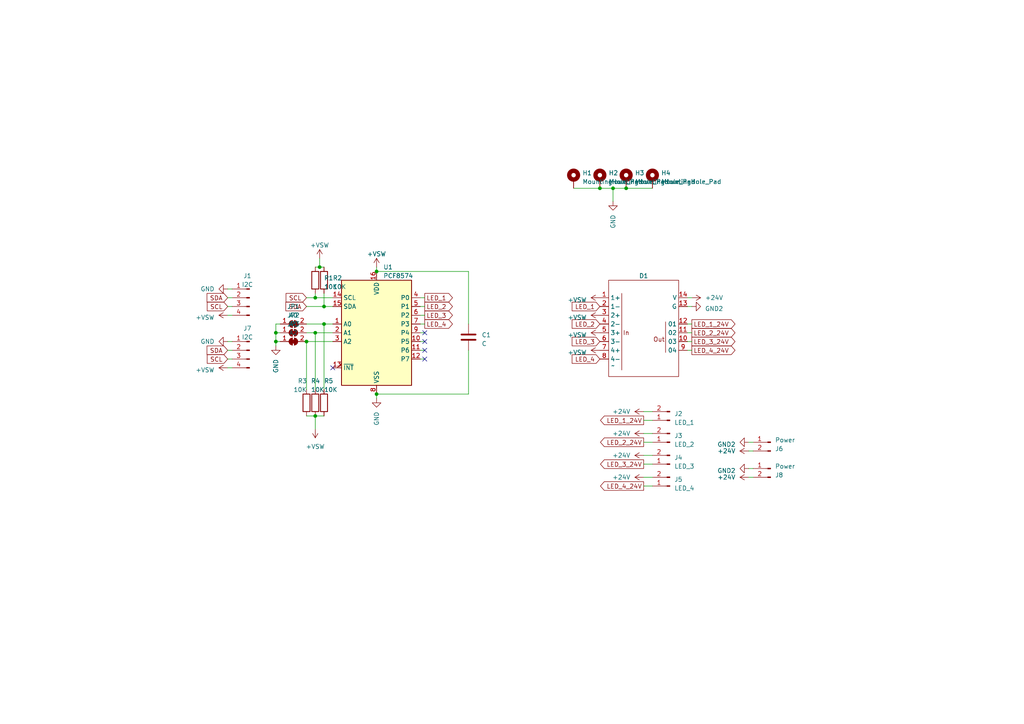
<source format=kicad_sch>
(kicad_sch (version 20230121) (generator eeschema)
  (paper "A4")
  (lib_symbols
    (symbol "Connector:Conn_01x02_Pin" (pin_names (offset 1.016) hide)
      (property "Reference" "J" (at 0 2.54 0))
      (property "Value" "Conn_01x02_Pin" (at 0 -5.08 0))
      (symbol "Conn_01x02_Pin_1_1"
        (polyline (pts (xy 1.27 -2.54) (xy 0.8636 -2.54)) (stroke (width 0.1524)))
        (polyline (pts (xy 1.27 0) (xy 0.8636 0)) (stroke (width 0.1524)))
        (rectangle (start 0.8636 -2.413) (end 0 -2.667) (stroke (width 0.1524)) (fill (type outline)))
        (rectangle (start 0.8636 0.127) (end 0 -0.127) (stroke (width 0.1524)) (fill (type outline)))
        (pin passive line (at 5.08 0 180) (length 3.81) (name "Pin_1") (number "1"))
        (pin passive line (at 5.08 -2.54 180) (length 3.81) (name "Pin_2") (number "2"))
      )
    )
    (symbol "Connector:Conn_01x04_Pin" (pin_names (offset 1.016) hide)
      (property "Reference" "J" (at 0 5.08 0))
      (property "Value" "Conn_01x04_Pin" (at 0 -7.62 0))
      (symbol "Conn_01x04_Pin_1_1"
        (polyline (pts (xy 1.27 -5.08) (xy 0.8636 -5.08)) (stroke (width 0.1524)))
        (polyline (pts (xy 1.27 -2.54) (xy 0.8636 -2.54)) (stroke (width 0.1524)))
        (polyline (pts (xy 1.27 0) (xy 0.8636 0)) (stroke (width 0.1524)))
        (polyline (pts (xy 1.27 2.54) (xy 0.8636 2.54)) (stroke (width 0.1524)))
        (rectangle (start 0.8636 -4.953) (end 0 -5.207) (stroke (width 0.1524)) (fill (type outline)))
        (rectangle (start 0.8636 -2.413) (end 0 -2.667) (stroke (width 0.1524)) (fill (type outline)))
        (rectangle (start 0.8636 0.127) (end 0 -0.127) (stroke (width 0.1524)) (fill (type outline)))
        (rectangle (start 0.8636 2.667) (end 0 2.413) (stroke (width 0.1524)) (fill (type outline)))
        (pin passive line (at 5.08 2.54 180) (length 3.81) (name "Pin_1") (number "1"))
        (pin passive line (at 5.08 0 180) (length 3.81) (name "Pin_2") (number "2"))
        (pin passive line (at 5.08 -2.54 180) (length 3.81) (name "Pin_3") (number "3"))
        (pin passive line (at 5.08 -5.08 180) (length 3.81) (name "Pin_4") (number "4"))
      )
    )
    (symbol "Device:C" (pin_numbers hide) (pin_names (offset 0.254))
      (property "Reference" "C" (at 0.635 2.54 0))
      (property "Value" "C" (at 0.635 -2.54 0))
      (symbol "C_0_1"
        (polyline (pts (xy -2.032 -0.762) (xy 2.032 -0.762)) (stroke (width 0.508)))
        (polyline (pts (xy -2.032 0.762) (xy 2.032 0.762)) (stroke (width 0.508)))
      )
      (symbol "C_1_1"
        (pin passive line (at 0 3.81 270) (length 2.794) (name "~") (number "1"))
        (pin passive line (at 0 -3.81 90) (length 2.794) (name "~") (number "2"))
      )
    )
    (symbol "Device:R" (pin_numbers hide) (pin_names (offset 0))
      (property "Reference" "R" (at 2.032 0 90))
      (property "Value" "R" (at 0 0 90))
      (symbol "R_0_1"
        (rectangle (start -1.016 -2.54) (end 1.016 2.54) (stroke (width 0.254)))
      )
      (symbol "R_1_1"
        (pin passive line (at 0 3.81 270) (length 1.27) (name "~") (number "1"))
        (pin passive line (at 0 -3.81 90) (length 1.27) (name "~") (number "2"))
      )
    )
    (symbol "Interface_Expansion:PCF8574"
      (property "Reference" "U" (at -8.89 16.51 0))
      (property "Value" "PCF8574" (at 2.54 16.51 0))
      (symbol "PCF8574_0_1"
        (rectangle (start -10.16 15.24) (end 10.16 -15.24) (stroke (width 0.254)) (fill (type background)))
      )
      (symbol "PCF8574_1_1"
        (pin input line (at -12.7 2.54 0) (length 2.54) (name "A0") (number "1"))
        (pin bidirectional line (at 12.7 -2.54 180) (length 2.54) (name "P5") (number "10"))
        (pin bidirectional line (at 12.7 -5.08 180) (length 2.54) (name "P6") (number "11"))
        (pin bidirectional line (at 12.7 -7.62 180) (length 2.54) (name "P7") (number "12"))
        (pin open_collector output_low (at -12.7 -10.16 0) (length 2.54) (name "~{INT}") (number "13"))
        (pin input line (at -12.7 10.16 0) (length 2.54) (name "SCL") (number "14"))
        (pin bidirectional line (at -12.7 7.62 0) (length 2.54) (name "SDA") (number "15"))
        (pin power_in line (at 0 17.78 270) (length 2.54) (name "VDD") (number "16"))
        (pin input line (at -12.7 0 0) (length 2.54) (name "A1") (number "2"))
        (pin input line (at -12.7 -2.54 0) (length 2.54) (name "A2") (number "3"))
        (pin bidirectional line (at 12.7 10.16 180) (length 2.54) (name "P0") (number "4"))
        (pin bidirectional line (at 12.7 7.62 180) (length 2.54) (name "P1") (number "5"))
        (pin bidirectional line (at 12.7 5.08 180) (length 2.54) (name "P2") (number "6"))
        (pin bidirectional line (at 12.7 2.54 180) (length 2.54) (name "P3") (number "7"))
        (pin power_in line (at 0 -17.78 90) (length 2.54) (name "VSS") (number "8"))
        (pin bidirectional line (at 12.7 0 180) (length 2.54) (name "P4") (number "9"))
      )
    )
    (symbol "Jumper:SolderJumper_2_Bridged" (pin_names (offset 0) hide)
      (property "Reference" "JP" (at 0 2.032 0))
      (property "Value" "SolderJumper_2_Bridged" (at 0 -2.54 0))
      (symbol "SolderJumper_2_Bridged_0_1"
        (rectangle (start -0.508 0.508) (end 0.508 -0.508) (fill (type outline)))
        (arc (start -0.254 1.016) (mid -1.2656 0) (end -0.254 -1.016))
        (arc (start -0.254 1.016) (mid -1.2656 0) (end -0.254 -1.016) (fill (type outline)))
        (polyline (pts (xy -0.254 1.016) (xy -0.254 -1.016)))
        (polyline (pts (xy 0.254 1.016) (xy 0.254 -1.016)))
        (arc (start 0.254 -1.016) (mid 1.2656 0) (end 0.254 1.016))
        (arc (start 0.254 -1.016) (mid 1.2656 0) (end 0.254 1.016) (fill (type outline)))
      )
      (symbol "SolderJumper_2_Bridged_1_1"
        (pin passive line (at -3.81 0 0) (length 2.54) (name "A") (number "1"))
        (pin passive line (at 3.81 0 180) (length 2.54) (name "B") (number "2"))
      )
    )
    (symbol "Mechanical:MountingHole_Pad" (pin_numbers hide) (pin_names (offset 1.016) hide)
      (property "Reference" "H" (at 0 6.35 0))
      (property "Value" "MountingHole_Pad" (at 0 4.445 0))
      (symbol "MountingHole_Pad_0_1"
        (circle (center 0 1.27) (radius 1.27) (stroke (width 1.27)))
      )
      (symbol "MountingHole_Pad_1_1"
        (pin input line (at 0 -2.54 90) (length 2.54) (name "1") (number "1"))
      )
    )
    (symbol "Own Lib:OP71A04"
      (property "Reference" "D" (at 3.81 -1.905 0))
      (symbol "OP71A04_0_1"
        (polyline (pts (xy 6.35 19.05) (xy 6.35 -3.175)))
        (polyline (pts (xy 19.05 10.795) (xy 19.05 1.905)))
        (rectangle (start 2.54 22.86) (end 22.86 -5.08))
      )
      (symbol "OP71A04_1_1"
        (text "In" (at 7.62 7.62 0) (effects (font (size 1.27 1.27))))
        (text "Out" (at 17.145 5.715 0) (effects (font (size 1.27 1.27))))
        (pin input line (at 0 17.78 0) (length 2.54) (name "1+") (number "1"))
        (pin output line (at 25.4 5.08 180) (length 2.54) (name "03") (number "10"))
        (pin output line (at 25.4 7.62 180) (length 2.54) (name "02") (number "11"))
        (pin output line (at 25.4 10.16 180) (length 2.54) (name "01") (number "12"))
        (pin power_in line (at 25.4 15.24 180) (length 2.54) (name "G") (number "13"))
        (pin power_in line (at 25.4 17.78 180) (length 2.54) (name "V") (number "14"))
        (pin input line (at 0 15.24 0) (length 2.54) (name "1-") (number "2"))
        (pin input line (at 0 12.7 0) (length 2.54) (name "2+") (number "3"))
        (pin input line (at 0 10.16 0) (length 2.54) (name "2-") (number "4"))
        (pin input line (at 0 7.62 0) (length 2.54) (name "3+") (number "5"))
        (pin input line (at 0 5.08 0) (length 2.54) (name "3-") (number "6"))
        (pin input line (at 0 2.54 0) (length 2.54) (name "4+") (number "7"))
        (pin input line (at 0 0 0) (length 2.54) (name "4-") (number "8"))
        (pin output line (at 25.4 2.54 180) (length 2.54) (name "04") (number "9"))
      )
    )
    (symbol "power:+24V" (power) (pin_names (offset 0))
      (property "Value" "+24V" (at 0 3.556 0))
      (symbol "+24V_0_1"
        (polyline (pts (xy -0.762 1.27) (xy 0 2.54)))
        (polyline (pts (xy 0 0) (xy 0 2.54)))
        (polyline (pts (xy 0 2.54) (xy 0.762 1.27)))
      )
      (symbol "+24V_1_1"
        (pin power_in line (at 0 0 90) (length 0) hide (name "+24V") (number "1"))
      )
    )
    (symbol "power:+VSW" (power) (pin_names (offset 0))
      (property "Value" "+VSW" (at 0 3.556 0))
      (symbol "+VSW_0_1"
        (polyline (pts (xy -0.762 1.27) (xy 0 2.54)))
        (polyline (pts (xy 0 0) (xy 0 2.54)))
        (polyline (pts (xy 0 2.54) (xy 0.762 1.27)))
      )
      (symbol "+VSW_1_1"
        (pin power_in line (at 0 0 90) (length 0) hide (name "+VSW") (number "1"))
      )
    )
    (symbol "power:GND" (power) (pin_names (offset 0))
      (property "Value" "GND" (at 0 -3.81 0))
      (symbol "GND_0_1"
        (polyline (pts (xy 0 0) (xy 0 -1.27) (xy 1.27 -1.27) (xy 0 -2.54) (xy -1.27 -1.27) (xy 0 -1.27)))
      )
      (symbol "GND_1_1"
        (pin power_in line (at 0 0 270) (length 0) hide (name "GND") (number "1"))
      )
    )
    (symbol "power:GND2" (power) (pin_names (offset 0))
      (property "Value" "GND2" (at 0 -3.81 0))
      (symbol "GND2_0_1"
        (polyline (pts (xy 0 0) (xy 0 -1.27) (xy 1.27 -1.27) (xy 0 -2.54) (xy -1.27 -1.27) (xy 0 -1.27)))
      )
      (symbol "GND2_1_1"
        (pin power_in line (at 0 0 270) (length 0) hide (name "GND2") (number "1"))
      )
    )
  )
  (junction (at 80.01 99.06))
  (junction (at 80.01 96.52))
  (junction (at 181.61 54.61))
  (junction (at 109.22 114.3))
  (junction (at 92.71 77.47))
  (junction (at 173.99 54.61))
  (junction (at 93.98 93.98))
  (junction (at 93.98 88.9))
  (junction (at 177.8 54.61))
  (junction (at 91.44 86.36))
  (junction (at 91.44 96.52))
  (junction (at 109.22 78.74))
  (junction (at 91.44 120.65))
  (junction (at 88.9 99.06))
  (no_connect (at 96.52 106.68))
  (no_connect (at 123.19 96.52))
  (no_connect (at 123.19 99.06))
  (no_connect (at 123.19 101.6))
  (no_connect (at 123.19 104.14))
  (wire (pts (xy 186.69 121.92) (xy 189.23 121.92)))
  (wire (pts (xy 109.22 77.47) (xy 109.22 78.74)))
  (wire (pts (xy 92.71 77.47) (xy 93.98 77.47)))
  (wire (pts (xy 186.69 119.38) (xy 189.23 119.38)))
  (wire (pts (xy 199.39 93.98) (xy 200.66 93.98)))
  (wire (pts (xy 93.98 93.98) (xy 96.52 93.98)))
  (wire (pts (xy 80.01 99.06) (xy 81.28 99.06)))
  (wire (pts (xy 121.92 99.06) (xy 123.19 99.06)))
  (wire (pts (xy 88.9 96.52) (xy 91.44 96.52)))
  (wire (pts (xy 91.44 96.52) (xy 91.44 113.03)))
  (wire (pts (xy 88.9 88.9) (xy 93.98 88.9)))
  (wire (pts (xy 217.17 138.43) (xy 218.44 138.43)))
  (wire (pts (xy 135.89 101.6) (xy 135.89 114.3)))
  (wire (pts (xy 66.04 91.44) (xy 67.31 91.44)))
  (wire (pts (xy 199.39 99.06) (xy 200.66 99.06)))
  (wire (pts (xy 166.37 54.61) (xy 173.99 54.61)))
  (wire (pts (xy 186.69 125.73) (xy 189.23 125.73)))
  (wire (pts (xy 217.17 128.27) (xy 218.44 128.27)))
  (wire (pts (xy 93.98 88.9) (xy 96.52 88.9)))
  (wire (pts (xy 181.61 54.61) (xy 189.23 54.61)))
  (wire (pts (xy 66.04 101.6) (xy 67.31 101.6)))
  (wire (pts (xy 186.69 134.62) (xy 189.23 134.62)))
  (wire (pts (xy 80.01 93.98) (xy 80.01 96.52)))
  (wire (pts (xy 199.39 86.36) (xy 200.66 86.36)))
  (wire (pts (xy 81.28 93.98) (xy 80.01 93.98)))
  (wire (pts (xy 66.04 86.36) (xy 67.31 86.36)))
  (wire (pts (xy 121.92 96.52) (xy 123.19 96.52)))
  (wire (pts (xy 186.69 138.43) (xy 189.23 138.43)))
  (wire (pts (xy 66.04 83.82) (xy 67.31 83.82)))
  (wire (pts (xy 135.89 114.3) (xy 109.22 114.3)))
  (wire (pts (xy 121.92 88.9) (xy 123.19 88.9)))
  (wire (pts (xy 93.98 85.09) (xy 93.98 88.9)))
  (wire (pts (xy 80.01 99.06) (xy 80.01 100.33)))
  (wire (pts (xy 80.01 96.52) (xy 81.28 96.52)))
  (wire (pts (xy 88.9 99.06) (xy 88.9 113.03)))
  (wire (pts (xy 217.17 135.89) (xy 218.44 135.89)))
  (wire (pts (xy 91.44 124.46) (xy 91.44 120.65)))
  (wire (pts (xy 91.44 120.65) (xy 93.98 120.65)))
  (wire (pts (xy 93.98 93.98) (xy 93.98 113.03)))
  (wire (pts (xy 135.89 78.74) (xy 109.22 78.74)))
  (wire (pts (xy 66.04 104.14) (xy 67.31 104.14)))
  (wire (pts (xy 199.39 96.52) (xy 200.66 96.52)))
  (wire (pts (xy 88.9 93.98) (xy 93.98 93.98)))
  (wire (pts (xy 199.39 101.6) (xy 200.66 101.6)))
  (wire (pts (xy 121.92 101.6) (xy 123.19 101.6)))
  (wire (pts (xy 186.69 128.27) (xy 189.23 128.27)))
  (wire (pts (xy 66.04 99.06) (xy 67.31 99.06)))
  (wire (pts (xy 88.9 120.65) (xy 91.44 120.65)))
  (wire (pts (xy 177.8 54.61) (xy 181.61 54.61)))
  (wire (pts (xy 91.44 77.47) (xy 92.71 77.47)))
  (wire (pts (xy 199.39 88.9) (xy 200.66 88.9)))
  (wire (pts (xy 173.99 54.61) (xy 177.8 54.61)))
  (wire (pts (xy 88.9 86.36) (xy 91.44 86.36)))
  (wire (pts (xy 88.9 99.06) (xy 96.52 99.06)))
  (wire (pts (xy 135.89 93.98) (xy 135.89 78.74)))
  (wire (pts (xy 177.8 54.61) (xy 177.8 58.42)))
  (wire (pts (xy 109.22 114.3) (xy 109.22 115.57)))
  (wire (pts (xy 121.92 91.44) (xy 123.19 91.44)))
  (wire (pts (xy 66.04 88.9) (xy 67.31 88.9)))
  (wire (pts (xy 66.04 106.68) (xy 67.31 106.68)))
  (wire (pts (xy 91.44 96.52) (xy 96.52 96.52)))
  (wire (pts (xy 186.69 140.97) (xy 189.23 140.97)))
  (wire (pts (xy 121.92 104.14) (xy 123.19 104.14)))
  (wire (pts (xy 91.44 85.09) (xy 91.44 86.36)))
  (wire (pts (xy 91.44 86.36) (xy 96.52 86.36)))
  (wire (pts (xy 121.92 86.36) (xy 123.19 86.36)))
  (wire (pts (xy 92.71 74.93) (xy 92.71 77.47)))
  (wire (pts (xy 121.92 93.98) (xy 123.19 93.98)))
  (wire (pts (xy 186.69 132.08) (xy 189.23 132.08)))
  (wire (pts (xy 217.17 130.81) (xy 218.44 130.81)))
  (wire (pts (xy 80.01 96.52) (xy 80.01 99.06)))
  (global_label "SCL" (shape input) (at 66.04 88.9 180) (property "Intersheetrefs" "${INTERSHEET_REFS}" (effects hide)))
  (global_label "LED_1_24V" (shape output) (at 186.69 121.92 180) (property "Intersheetrefs" "${INTERSHEET_REFS}" (effects hide)))
  (global_label "LED_3_24V" (shape output) (at 200.66 99.06 0) (property "Intersheetrefs" "${INTERSHEET_REFS}" (effects hide)))
  (global_label "LED_3_24V" (shape output) (at 186.69 134.62 180) (property "Intersheetrefs" "${INTERSHEET_REFS}" (effects hide)))
  (global_label "SDA" (shape input) (at 66.04 101.6 180) (property "Intersheetrefs" "${INTERSHEET_REFS}" (effects hide)))
  (global_label "LED_2" (shape input) (at 173.99 93.98 180) (property "Intersheetrefs" "${INTERSHEET_REFS}" (effects hide)))
  (global_label "LED_1" (shape output) (at 123.19 86.36 0) (property "Intersheetrefs" "${INTERSHEET_REFS}" (effects hide)))
  (global_label "SCL" (shape input) (at 88.9 86.36 180) (property "Intersheetrefs" "${INTERSHEET_REFS}" (effects hide)))
  (global_label "LED_3" (shape input) (at 173.99 99.06 180) (property "Intersheetrefs" "${INTERSHEET_REFS}" (effects hide)))
  (global_label "LED_2" (shape output) (at 123.19 88.9 0) (property "Intersheetrefs" "${INTERSHEET_REFS}" (effects hide)))
  (global_label "LED_4_24V" (shape output) (at 186.69 140.97 180) (property "Intersheetrefs" "${INTERSHEET_REFS}" (effects hide)))
  (global_label "LED_4" (shape input) (at 173.99 104.14 180) (property "Intersheetrefs" "${INTERSHEET_REFS}" (effects hide)))
  (global_label "LED_2_24V" (shape output) (at 200.66 96.52 0) (property "Intersheetrefs" "${INTERSHEET_REFS}" (effects hide)))
  (global_label "LED_2_24V" (shape output) (at 186.69 128.27 180) (property "Intersheetrefs" "${INTERSHEET_REFS}" (effects hide)))
  (global_label "SCL" (shape input) (at 66.04 104.14 180) (property "Intersheetrefs" "${INTERSHEET_REFS}" (effects hide)))
  (global_label "LED_3" (shape output) (at 123.19 91.44 0) (property "Intersheetrefs" "${INTERSHEET_REFS}" (effects hide)))
  (global_label "LED_4_24V" (shape output) (at 200.66 101.6 0) (property "Intersheetrefs" "${INTERSHEET_REFS}" (effects hide)))
  (global_label "SDA" (shape input) (at 88.9 88.9 180) (property "Intersheetrefs" "${INTERSHEET_REFS}" (effects hide)))
  (global_label "LED_1_24V" (shape output) (at 200.66 93.98 0) (property "Intersheetrefs" "${INTERSHEET_REFS}" (effects hide)))
  (global_label "LED_4" (shape output) (at 123.19 93.98 0) (property "Intersheetrefs" "${INTERSHEET_REFS}" (effects hide)))
  (global_label "LED_1" (shape input) (at 173.99 88.9 180) (property "Intersheetrefs" "${INTERSHEET_REFS}" (effects hide)))
  (global_label "SDA" (shape input) (at 66.04 86.36 180) (property "Intersheetrefs" "${INTERSHEET_REFS}" (effects hide)))
  (symbol (lib_id "power:+24V") (at 186.69 125.73 90) (mirror x) (unit 1)
    (property "Reference" "#PWR015" (effects hide))
    (property "Value" "+24V" (at 182.88 125.73 90) (effects (justify left)))
  )
  (symbol (lib_id "Connector:Conn_01x02_Pin") (at 223.52 135.89 0) (mirror y) (unit 1)
    (property "Reference" "J8" (at 224.79 137.795 0) (effects (justify right)))
    (property "Value" "Power" (at 224.79 135.255 0) (effects (justify right)))
    (property "Footprint" "Connector_JST:JST_XH_B2B-XH-A_1x02_P2.50mm_Vertical" (effects hide))
  )
  (symbol (lib_id "Mechanical:MountingHole_Pad") (at 173.99 52.07 0) (unit 1)
    (property "Reference" "H2" (at 176.53 50.165 0) (effects (justify left)))
    (property "Value" "MountingHole_Pad" (at 176.53 52.705 0) (effects (justify left)))
    (property "Footprint" "MountingHole:MountingHole_4.3mm_M4_DIN965_Pad" (effects hide))
  )
  (symbol (lib_id "power:+VSW") (at 109.22 77.47 0) (unit 1)
    (property "Reference" "#PWR02" (effects hide))
    (property "Value" "+VSW" (at 109.22 73.66 0))
  )
  (symbol (lib_id "power:GND") (at 66.04 99.06 270) (mirror x) (unit 1)
    (property "Reference" "#PWR019" (effects hide))
    (property "Value" "GND" (at 62.23 99.06 90) (effects (justify right)))
  )
  (symbol (lib_id "power:+VSW") (at 66.04 106.68 90) (unit 1)
    (property "Reference" "#PWR020" (effects hide))
    (property "Value" "+VSW" (at 62.23 107.315 90) (effects (justify left)))
  )
  (symbol (lib_id "Device:R") (at 93.98 81.28 180) (unit 1)
    (property "Reference" "R2" (at 96.52 80.645 0) (effects (justify right)))
    (property "Value" "10K" (at 96.52 83.185 0) (effects (justify right)))
    (property "Footprint" "Resistor_SMD:R_0805_2012Metric_Pad1.20x1.40mm_HandSolder" (effects hide))
  )
  (symbol (lib_id "Device:R") (at 91.44 81.28 180) (unit 1)
    (property "Reference" "R1" (at 93.98 80.645 0) (effects (justify right)))
    (property "Value" "10K" (at 93.98 83.185 0) (effects (justify right)))
    (property "Footprint" "Resistor_SMD:R_0805_2012Metric_Pad1.20x1.40mm_HandSolder" (effects hide))
  )
  (symbol (lib_id "Device:C") (at 135.89 97.79 0) (unit 1)
    (property "Reference" "C1" (at 139.7 97.155 0) (effects (justify left)))
    (property "Value" "C" (at 139.7 99.695 0) (effects (justify left)))
    (property "Footprint" "Capacitor_SMD:C_0805_2012Metric_Pad1.18x1.45mm_HandSolder" (effects hide))
  )
  (symbol (lib_id "power:+24V") (at 186.69 138.43 90) (mirror x) (unit 1)
    (property "Reference" "#PWR017" (effects hide))
    (property "Value" "+24V" (at 182.88 138.43 90) (effects (justify left)))
  )
  (symbol (lib_id "power:+VSW") (at 92.71 74.93 0) (unit 1)
    (property "Reference" "#PWR08" (effects hide))
    (property "Value" "+VSW" (at 92.71 71.12 0))
  )
  (symbol (lib_id "Mechanical:MountingHole_Pad") (at 166.37 52.07 0) (unit 1)
    (property "Reference" "H1" (at 168.91 50.165 0) (effects (justify left)))
    (property "Value" "MountingHole_Pad" (at 168.91 52.705 0) (effects (justify left)))
    (property "Footprint" "MountingHole:MountingHole_4.3mm_M4_DIN965_Pad" (effects hide))
  )
  (symbol (lib_id "Connector:Conn_01x04_Pin") (at 72.39 101.6 0) (mirror y) (unit 1)
    (property "Reference" "J7" (at 71.755 95.25 0))
    (property "Value" "I2C" (at 71.755 97.79 0))
    (property "Footprint" "Connector_JST:JST_XH_B4B-XH-A_1x04_P2.50mm_Vertical" (effects hide))
  )
  (symbol (lib_id "power:+24V") (at 186.69 119.38 90) (mirror x) (unit 1)
    (property "Reference" "#PWR014" (effects hide))
    (property "Value" "+24V" (at 182.88 119.38 90) (effects (justify left)))
  )
  (symbol (lib_id "Jumper:SolderJumper_2_Bridged") (at 85.09 96.52 0) (unit 1)
    (property "Reference" "JP2" (at 85.09 91.44 0))
    (property "Value" "A1" (at 85.09 93.98 0))
    (property "Footprint" "Jumper:SolderJumper-2_P1.3mm_Open_Pad1.0x1.5mm" (effects hide))
  )
  (symbol (lib_id "power:GND2") (at 217.17 128.27 270) (unit 1)
    (property "Reference" "#PWR07" (effects hide))
    (property "Value" "GND2" (at 213.36 128.905 90) (effects (justify right)))
  )
  (symbol (lib_id "power:+VSW") (at 173.99 91.44 90) (unit 1)
    (property "Reference" "#PWR010" (effects hide))
    (property "Value" "+VSW" (at 170.18 92.075 90) (effects (justify left)))
  )
  (symbol (lib_id "power:GND2") (at 217.17 135.89 270) (unit 1)
    (property "Reference" "#PWR022" (effects hide))
    (property "Value" "GND2" (at 213.36 136.525 90) (effects (justify right)))
  )
  (symbol (lib_id "Device:R") (at 93.98 116.84 180) (unit 1)
    (property "Reference" "R5" (at 93.98 110.49 0) (effects (justify right)))
    (property "Value" "10K" (at 93.98 113.03 0) (effects (justify right)))
    (property "Footprint" "Resistor_SMD:R_0805_2012Metric_Pad1.20x1.40mm_HandSolder" (effects hide))
  )
  (symbol (lib_id "Interface_Expansion:PCF8574") (at 109.22 96.52 0) (unit 1)
    (property "Reference" "U1" (at 111.1759 77.47 0) (effects (justify left)))
    (property "Value" "PCF8574" (at 111.1759 80.01 0) (effects (justify left)))
    (property "Footprint" "Library:SO-16_7,7x10.2mm_P1.27mm-PCF8574" (effects hide))
    (property "Datasheet" "http://www.nxp.com/documents/data_sheet/PCF8574_PCF8574A.pdf" (effects hide))
  )
  (symbol (lib_id "power:GND2") (at 200.66 88.9 90) (unit 1)
    (property "Reference" "#PWR05" (effects hide))
    (property "Value" "GND2" (at 204.47 89.535 90) (effects (justify right)))
  )
  (symbol (lib_id "power:+VSW") (at 173.99 96.52 90) (unit 1)
    (property "Reference" "#PWR011" (effects hide))
    (property "Value" "+VSW" (at 170.18 97.155 90) (effects (justify left)))
  )
  (symbol (lib_id "Device:R") (at 91.44 116.84 180) (unit 1)
    (property "Reference" "R4" (at 90.17 110.49 0) (effects (justify right)))
    (property "Value" "10K" (at 90.17 113.03 0) (effects (justify right)))
    (property "Footprint" "Resistor_SMD:R_0805_2012Metric_Pad1.20x1.40mm_HandSolder" (effects hide))
  )
  (symbol (lib_id "power:+24V") (at 200.66 86.36 270) (mirror x) (unit 1)
    (property "Reference" "#PWR013" (effects hide))
    (property "Value" "+24V" (at 204.47 86.36 90) (effects (justify left)))
  )
  (symbol (lib_id "Connector:Conn_01x02_Pin") (at 194.31 134.62 180) (unit 1)
    (property "Reference" "J4" (at 195.58 132.715 0) (effects (justify right)))
    (property "Value" "LED_3" (at 195.58 135.255 0) (effects (justify right)))
    (property "Footprint" "Connector_JST:JST_XH_B2B-XH-A_1x02_P2.50mm_Vertical" (effects hide))
  )
  (symbol (lib_id "power:GND") (at 66.04 83.82 270) (mirror x) (unit 1)
    (property "Reference" "#PWR06" (effects hide))
    (property "Value" "GND" (at 62.23 83.82 90) (effects (justify right)))
  )
  (symbol (lib_id "Mechanical:MountingHole_Pad") (at 181.61 52.07 0) (unit 1)
    (property "Reference" "H3" (at 184.15 50.165 0) (effects (justify left)))
    (property "Value" "MountingHole_Pad" (at 184.15 52.705 0) (effects (justify left)))
    (property "Footprint" "MountingHole:MountingHole_4.3mm_M4_DIN965_Pad" (effects hide))
  )
  (symbol (lib_id "power:GND") (at 177.8 58.42 0) (unit 1)
    (property "Reference" "#PWR021" (effects hide))
    (property "Value" "GND" (at 177.8 62.23 90) (effects (justify right)))
  )
  (symbol (lib_id "power:GND") (at 80.01 100.33 0) (mirror y) (unit 1)
    (property "Reference" "#PWR01" (effects hide))
    (property "Value" "GND" (at 80.01 104.14 90) (effects (justify right)))
  )
  (symbol (lib_id "power:+24V") (at 217.17 138.43 90) (mirror x) (unit 1)
    (property "Reference" "#PWR023" (effects hide))
    (property "Value" "+24V" (at 213.36 138.43 90) (effects (justify left)))
  )
  (symbol (lib_id "Jumper:SolderJumper_2_Bridged") (at 85.09 99.06 0) (unit 1)
    (property "Reference" "JP3" (at 85.09 93.98 0))
    (property "Value" "A2" (at 85.09 96.52 0))
    (property "Footprint" "Jumper:SolderJumper-2_P1.3mm_Open_Pad1.0x1.5mm" (effects hide))
  )
  (symbol (lib_id "Connector:Conn_01x02_Pin") (at 194.31 140.97 180) (unit 1)
    (property "Reference" "J5" (at 195.58 139.065 0) (effects (justify right)))
    (property "Value" "LED_4" (at 195.58 141.605 0) (effects (justify right)))
    (property "Footprint" "Connector_JST:JST_XH_B2B-XH-A_1x02_P2.50mm_Vertical" (effects hide))
  )
  (symbol (lib_id "power:GND") (at 109.22 115.57 0) (mirror y) (unit 1)
    (property "Reference" "#PWR03" (effects hide))
    (property "Value" "GND" (at 109.22 119.38 90) (effects (justify right)))
  )
  (symbol (lib_id "power:+24V") (at 186.69 132.08 90) (mirror x) (unit 1)
    (property "Reference" "#PWR016" (effects hide))
    (property "Value" "+24V" (at 182.88 132.08 90) (effects (justify left)))
  )
  (symbol (lib_id "power:+24V") (at 217.17 130.81 90) (mirror x) (unit 1)
    (property "Reference" "#PWR012" (effects hide))
    (property "Value" "+24V" (at 213.36 130.81 90) (effects (justify left)))
  )
  (symbol (lib_id "Connector:Conn_01x02_Pin") (at 194.31 128.27 180) (unit 1)
    (property "Reference" "J3" (at 195.58 126.365 0) (effects (justify right)))
    (property "Value" "LED_2" (at 195.58 128.905 0) (effects (justify right)))
    (property "Footprint" "Connector_JST:JST_XH_B2B-XH-A_1x02_P2.50mm_Vertical" (effects hide))
  )
  (symbol (lib_id "Connector:Conn_01x04_Pin") (at 72.39 86.36 0) (mirror y) (unit 1)
    (property "Reference" "J1" (at 71.755 80.01 0))
    (property "Value" "I2C" (at 71.755 82.55 0))
    (property "Footprint" "Connector_JST:JST_XH_B4B-XH-A_1x04_P2.50mm_Vertical" (effects hide))
  )
  (symbol (lib_id "Jumper:SolderJumper_2_Bridged") (at 85.09 93.98 0) (unit 1)
    (property "Reference" "JP1" (at 85.09 88.9 0))
    (property "Value" "A0" (at 85.09 91.44 0))
    (property "Footprint" "Jumper:SolderJumper-2_P1.3mm_Open_Pad1.0x1.5mm" (effects hide))
  )
  (symbol (lib_id "Connector:Conn_01x02_Pin") (at 223.52 128.27 0) (mirror y) (unit 1)
    (property "Reference" "J6" (at 224.79 130.175 0) (effects (justify right)))
    (property "Value" "Power" (at 224.79 127.635 0) (effects (justify right)))
    (property "Footprint" "Connector_JST:JST_XH_B2B-XH-A_1x02_P2.50mm_Vertical" (effects hide))
  )
  (symbol (lib_id "Connector:Conn_01x02_Pin") (at 194.31 121.92 180) (unit 1)
    (property "Reference" "J2" (at 195.58 120.015 0) (effects (justify right)))
    (property "Value" "LED_1" (at 195.58 122.555 0) (effects (justify right)))
    (property "Footprint" "Connector_JST:JST_XH_B2B-XH-A_1x02_P2.50mm_Vertical" (effects hide))
  )
  (symbol (lib_id "power:+VSW") (at 66.04 91.44 90) (unit 1)
    (property "Reference" "#PWR04" (effects hide))
    (property "Value" "+VSW" (at 62.23 92.075 90) (effects (justify left)))
  )
  (symbol (lib_id "power:+VSW") (at 173.99 101.6 90) (unit 1)
    (property "Reference" "#PWR018" (effects hide))
    (property "Value" "+VSW" (at 170.18 102.235 90) (effects (justify left)))
  )
  (symbol (lib_id "Own Lib:OP71A04") (at 173.99 104.14 0) (unit 1)
    (property "Reference" "D1" (at 186.69 80.01 0))
    (property "Value" "~" (at 177.8 106.045 0))
    (property "Footprint" "Library:OP714A04" (effects hide))
  )
  (symbol (lib_id "Device:R") (at 88.9 116.84 180) (unit 1)
    (property "Reference" "R3" (at 86.36 110.49 0) (effects (justify right)))
    (property "Value" "10K" (at 85.09 113.03 0) (effects (justify right)))
    (property "Footprint" "Resistor_SMD:R_0805_2012Metric_Pad1.20x1.40mm_HandSolder" (effects hide))
  )
  (symbol (lib_id "power:+VSW") (at 173.99 86.36 90) (unit 1)
    (property "Reference" "#PWR09" (effects hide))
    (property "Value" "+VSW" (at 170.18 86.995 90) (effects (justify left)))
  )
  (symbol (lib_id "Mechanical:MountingHole_Pad") (at 189.23 52.07 0) (unit 1)
    (property "Reference" "H4" (at 191.77 50.165 0) (effects (justify left)))
    (property "Value" "MountingHole_Pad" (at 191.77 52.705 0) (effects (justify left)))
    (property "Footprint" "MountingHole:MountingHole_4.3mm_M4_DIN965_Pad" (effects hide))
  )
  (symbol (lib_id "power:+VSW") (at 91.44 124.46 180) (unit 1)
    (property "Reference" "#PWR024" (effects hide))
    (property "Value" "+VSW" (at 91.44 129.54 0))
  )
)
</source>
